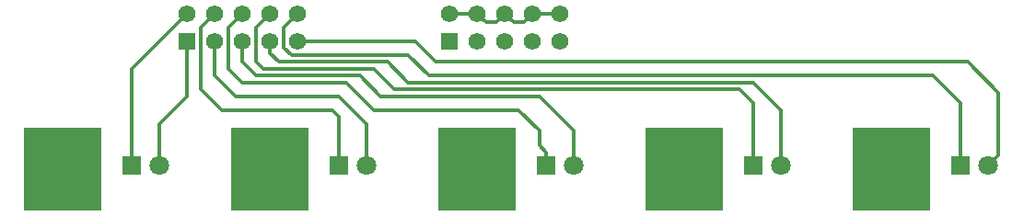
<source format=gbr>
G04 #@! TF.GenerationSoftware,KiCad,Pcbnew,(5.0.2)-1*
G04 #@! TF.CreationDate,2019-01-01T20:31:05-08:00*
G04 #@! TF.ProjectId,500-1142,3530302d-3131-4343-922e-6b696361645f,rev?*
G04 #@! TF.SameCoordinates,Original*
G04 #@! TF.FileFunction,Copper,L2,Bot*
G04 #@! TF.FilePolarity,Positive*
%FSLAX46Y46*%
G04 Gerber Fmt 4.6, Leading zero omitted, Abs format (unit mm)*
G04 Created by KiCad (PCBNEW (5.0.2)-1) date 1/1/2019 8:31:05 PM*
%MOMM*%
%LPD*%
G01*
G04 APERTURE LIST*
G04 #@! TA.AperFunction,ComponentPad*
%ADD10R,1.800000X1.800000*%
G04 #@! TD*
G04 #@! TA.AperFunction,ComponentPad*
%ADD11C,1.800000*%
G04 #@! TD*
G04 #@! TA.AperFunction,ComponentPad*
%ADD12R,7.112000X7.620000*%
G04 #@! TD*
G04 #@! TA.AperFunction,ComponentPad*
%ADD13R,1.574800X1.574800*%
G04 #@! TD*
G04 #@! TA.AperFunction,ComponentPad*
%ADD14C,1.574800*%
G04 #@! TD*
G04 #@! TA.AperFunction,Conductor*
%ADD15C,0.304800*%
G04 #@! TD*
G04 APERTURE END LIST*
D10*
G04 #@! TO.P,D1,1*
G04 #@! TO.N,Net-(D1-Pad1)*
X82550000Y-90170000D03*
D11*
G04 #@! TO.P,D1,2*
G04 #@! TO.N,Net-(D1-Pad2)*
X85090000Y-90170000D03*
G04 #@! TD*
G04 #@! TO.P,D2,2*
G04 #@! TO.N,Net-(D2-Pad2)*
X104140000Y-90170000D03*
D10*
G04 #@! TO.P,D2,1*
G04 #@! TO.N,Net-(D2-Pad1)*
X101600000Y-90170000D03*
G04 #@! TD*
G04 #@! TO.P,D3,1*
G04 #@! TO.N,Net-(D3-Pad1)*
X120650000Y-90170000D03*
D11*
G04 #@! TO.P,D3,2*
G04 #@! TO.N,Net-(D3-Pad2)*
X123190000Y-90170000D03*
G04 #@! TD*
G04 #@! TO.P,D4,2*
G04 #@! TO.N,Net-(D4-Pad2)*
X142240000Y-90170000D03*
D10*
G04 #@! TO.P,D4,1*
G04 #@! TO.N,Net-(D4-Pad1)*
X139700000Y-90170000D03*
G04 #@! TD*
G04 #@! TO.P,D5,1*
G04 #@! TO.N,Net-(D5-Pad1)*
X158750000Y-90170000D03*
D11*
G04 #@! TO.P,D5,2*
G04 #@! TO.N,Net-(D5-Pad2)*
X161290000Y-90170000D03*
G04 #@! TD*
D12*
G04 #@! TO.P,P1,1*
G04 #@! TO.N,Net-(P1-Pad1)*
X76200000Y-90551000D03*
G04 #@! TD*
G04 #@! TO.P,P2,1*
G04 #@! TO.N,Net-(P2-Pad1)*
X95250000Y-90551000D03*
G04 #@! TD*
G04 #@! TO.P,P3,1*
G04 #@! TO.N,Net-(P3-Pad1)*
X114300000Y-90551000D03*
G04 #@! TD*
G04 #@! TO.P,P4,1*
G04 #@! TO.N,Net-(P4-Pad1)*
X133350000Y-90551000D03*
G04 #@! TD*
G04 #@! TO.P,P5,1*
G04 #@! TO.N,Net-(P5-Pad1)*
X152400000Y-90551000D03*
G04 #@! TD*
D13*
G04 #@! TO.P,P6,1*
G04 #@! TO.N,Net-(P1-Pad1)*
X111760000Y-78740000D03*
D14*
G04 #@! TO.P,P6,2*
G04 #@! TO.N,Net-(P6-Pad10)*
X111760000Y-76200000D03*
G04 #@! TO.P,P6,3*
G04 #@! TO.N,Net-(P2-Pad1)*
X114300000Y-78740000D03*
G04 #@! TO.P,P6,4*
G04 #@! TO.N,Net-(P6-Pad10)*
X114300000Y-76200000D03*
G04 #@! TO.P,P6,5*
G04 #@! TO.N,Net-(P3-Pad1)*
X116840000Y-78740000D03*
G04 #@! TO.P,P6,6*
G04 #@! TO.N,Net-(P6-Pad10)*
X116840000Y-76200000D03*
G04 #@! TO.P,P6,7*
G04 #@! TO.N,Net-(P4-Pad1)*
X119380000Y-78740000D03*
G04 #@! TO.P,P6,8*
G04 #@! TO.N,Net-(P6-Pad10)*
X119380000Y-76200000D03*
G04 #@! TO.P,P6,9*
G04 #@! TO.N,Net-(P5-Pad1)*
X121920000Y-78740000D03*
G04 #@! TO.P,P6,10*
G04 #@! TO.N,Net-(P6-Pad10)*
X121920000Y-76200000D03*
G04 #@! TD*
G04 #@! TO.P,P7,10*
G04 #@! TO.N,Net-(D5-Pad1)*
X97790000Y-76200000D03*
G04 #@! TO.P,P7,9*
G04 #@! TO.N,Net-(D5-Pad2)*
X97790000Y-78740000D03*
G04 #@! TO.P,P7,8*
G04 #@! TO.N,Net-(D4-Pad1)*
X95250000Y-76200000D03*
G04 #@! TO.P,P7,7*
G04 #@! TO.N,Net-(D4-Pad2)*
X95250000Y-78740000D03*
G04 #@! TO.P,P7,6*
G04 #@! TO.N,Net-(D3-Pad1)*
X92710000Y-76200000D03*
G04 #@! TO.P,P7,5*
G04 #@! TO.N,Net-(D3-Pad2)*
X92710000Y-78740000D03*
G04 #@! TO.P,P7,4*
G04 #@! TO.N,Net-(D2-Pad1)*
X90170000Y-76200000D03*
G04 #@! TO.P,P7,3*
G04 #@! TO.N,Net-(D2-Pad2)*
X90170000Y-78740000D03*
G04 #@! TO.P,P7,2*
G04 #@! TO.N,Net-(D1-Pad1)*
X87630000Y-76200000D03*
D13*
G04 #@! TO.P,P7,1*
G04 #@! TO.N,Net-(D1-Pad2)*
X87630000Y-78740000D03*
G04 #@! TD*
D15*
G04 #@! TO.N,Net-(D1-Pad1)*
X82550000Y-81280000D02*
X82550000Y-90170000D01*
X87630000Y-76200000D02*
X82550000Y-81280000D01*
G04 #@! TO.N,Net-(D1-Pad2)*
X85090000Y-86360000D02*
X85090000Y-90170000D01*
X87630000Y-78740000D02*
X87630000Y-83820000D01*
X87630000Y-83820000D02*
X85090000Y-86360000D01*
G04 #@! TO.N,Net-(D2-Pad2)*
X104140000Y-90170000D02*
X104140000Y-86360000D01*
X104140000Y-86360000D02*
X101600000Y-83820000D01*
X101600000Y-83820000D02*
X92075000Y-83820000D01*
X92075000Y-83820000D02*
X90170000Y-81915000D01*
X90170000Y-81915000D02*
X90170000Y-78740000D01*
G04 #@! TO.N,Net-(D2-Pad1)*
X88900000Y-77470000D02*
X90170000Y-76200000D01*
X88900000Y-83185000D02*
X88900000Y-77470000D01*
X90805000Y-85090000D02*
X88900000Y-83185000D01*
X100965000Y-85090000D02*
X90805000Y-85090000D01*
X101600000Y-90170000D02*
X101600000Y-85725000D01*
X101600000Y-85725000D02*
X100965000Y-85090000D01*
G04 #@! TO.N,Net-(D3-Pad1)*
X120650000Y-88965200D02*
X120015000Y-88330200D01*
X120650000Y-90170000D02*
X120650000Y-88965200D01*
X120015000Y-88330200D02*
X120015000Y-86995000D01*
X120015000Y-86995000D02*
X118110000Y-85090000D01*
X118110000Y-85090000D02*
X104775000Y-85090000D01*
X104775000Y-85090000D02*
X102235000Y-82550000D01*
X102235000Y-82550000D02*
X92710000Y-82550000D01*
X92710000Y-82550000D02*
X91440000Y-81280000D01*
X91440000Y-81280000D02*
X91440000Y-77470000D01*
X91440000Y-77470000D02*
X92710000Y-76200000D01*
G04 #@! TO.N,Net-(D3-Pad2)*
X92710000Y-80645000D02*
X92710000Y-78740000D01*
X123190000Y-86995000D02*
X120015000Y-83820000D01*
X123190000Y-90170000D02*
X123190000Y-86995000D01*
X120015000Y-83820000D02*
X105410000Y-83820000D01*
X105410000Y-83820000D02*
X103505000Y-81915000D01*
X103505000Y-81915000D02*
X93980000Y-81915000D01*
X93980000Y-81915000D02*
X92710000Y-80645000D01*
G04 #@! TO.N,Net-(D4-Pad2)*
X142240000Y-85090000D02*
X139700000Y-82550000D01*
X95250000Y-79853551D02*
X95250000Y-78740000D01*
X96016059Y-80619610D02*
X95250000Y-79853551D01*
X106019610Y-80619610D02*
X96016059Y-80619610D01*
X107950000Y-82550000D02*
X106019610Y-80619610D01*
X139700000Y-82550000D02*
X107950000Y-82550000D01*
X142240000Y-90170000D02*
X142240000Y-85090000D01*
G04 #@! TO.N,Net-(D4-Pad1)*
X139700000Y-84455000D02*
X139700000Y-90170000D01*
X138430000Y-83185000D02*
X139700000Y-84455000D01*
X95250000Y-76200000D02*
X93980000Y-77470000D01*
X93980000Y-80645000D02*
X94615000Y-81280000D01*
X94615000Y-81280000D02*
X104775000Y-81280000D01*
X93980000Y-77470000D02*
X93980000Y-80645000D01*
X104775000Y-81280000D02*
X106680000Y-83185000D01*
X106680000Y-83185000D02*
X138430000Y-83185000D01*
G04 #@! TO.N,Net-(D5-Pad1)*
X97217990Y-80010000D02*
X96520000Y-79312010D01*
X107950000Y-80010000D02*
X97217990Y-80010000D01*
X158750000Y-84455000D02*
X156210000Y-81915000D01*
X109855000Y-81915000D02*
X107950000Y-80010000D01*
X156210000Y-81915000D02*
X109855000Y-81915000D01*
X158750000Y-90170000D02*
X158750000Y-84455000D01*
X96520000Y-79312010D02*
X96520000Y-77470000D01*
X96520000Y-77470000D02*
X97790000Y-76200000D01*
G04 #@! TO.N,Net-(D5-Pad2)*
X162189999Y-89270001D02*
X162189999Y-83449999D01*
X161290000Y-90170000D02*
X162189999Y-89270001D01*
X162189999Y-83449999D02*
X159385000Y-80645000D01*
X159385000Y-80645000D02*
X110490000Y-80645000D01*
X110490000Y-80645000D02*
X108585000Y-78740000D01*
X108585000Y-78740000D02*
X97790000Y-78740000D01*
G04 #@! TO.N,Net-(P6-Pad10)*
X111760000Y-76200000D02*
X114300000Y-76200000D01*
X116052601Y-76987399D02*
X116840000Y-76200000D01*
X115087399Y-76987399D02*
X116052601Y-76987399D01*
X114300000Y-76200000D02*
X115087399Y-76987399D01*
X118592601Y-76987399D02*
X119380000Y-76200000D01*
X117627399Y-76987399D02*
X118592601Y-76987399D01*
X116840000Y-76200000D02*
X117627399Y-76987399D01*
X119380000Y-76200000D02*
X121920000Y-76200000D01*
G04 #@! TD*
M02*

</source>
